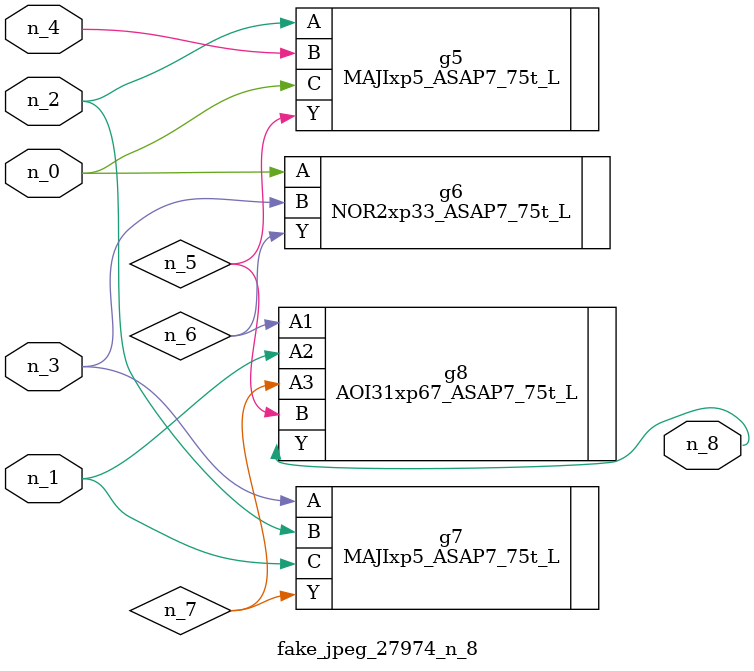
<source format=v>
module fake_jpeg_27974_n_8 (n_3, n_2, n_1, n_0, n_4, n_8);

input n_3;
input n_2;
input n_1;
input n_0;
input n_4;

output n_8;

wire n_6;
wire n_5;
wire n_7;

MAJIxp5_ASAP7_75t_L g5 ( 
.A(n_2),
.B(n_4),
.C(n_0),
.Y(n_5)
);

NOR2xp33_ASAP7_75t_L g6 ( 
.A(n_0),
.B(n_3),
.Y(n_6)
);

MAJIxp5_ASAP7_75t_L g7 ( 
.A(n_3),
.B(n_2),
.C(n_1),
.Y(n_7)
);

AOI31xp67_ASAP7_75t_L g8 ( 
.A1(n_6),
.A2(n_1),
.A3(n_7),
.B(n_5),
.Y(n_8)
);


endmodule
</source>
